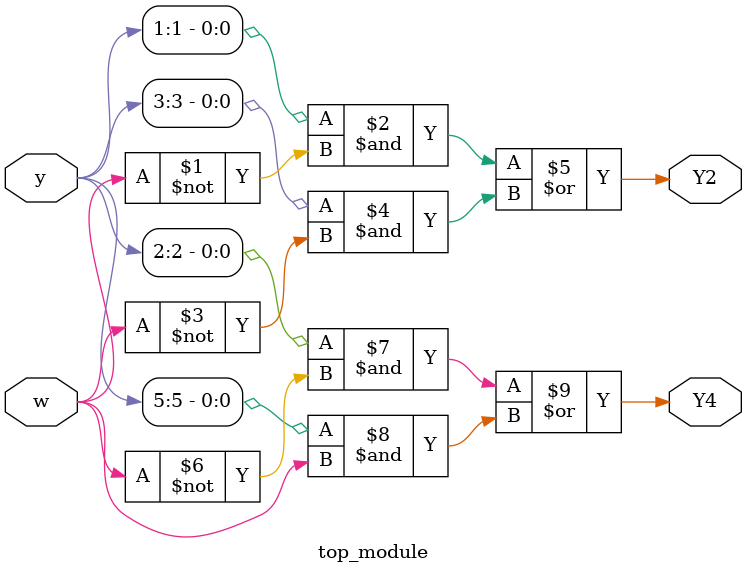
<source format=sv>
module top_module (
    input [6:1] y,
    input w,
    output Y2,
    output Y4
);

// Derive the next-state logic for y[2] and y[4]
assign Y2 = (y[1] & ~w) | (y[3] & ~w);
assign Y4 = (y[2] & ~w) | (y[5] & w);

endmodule

</source>
